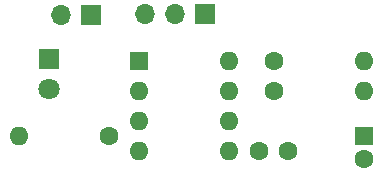
<source format=gbr>
G04 #@! TF.FileFunction,Soldermask,Top*
%FSLAX46Y46*%
G04 Gerber Fmt 4.6, Leading zero omitted, Abs format (unit mm)*
G04 Created by KiCad (PCBNEW 4.0.7) date 01/31/18 00:14:42*
%MOMM*%
%LPD*%
G01*
G04 APERTURE LIST*
%ADD10C,0.100000*%
%ADD11R,1.700000X1.700000*%
%ADD12O,1.700000X1.700000*%
%ADD13C,1.600000*%
%ADD14R,1.600000X1.600000*%
%ADD15R,1.800000X1.800000*%
%ADD16C,1.800000*%
%ADD17O,1.600000X1.600000*%
G04 APERTURE END LIST*
D10*
D11*
X154686000Y-106654600D03*
D12*
X152146000Y-106654600D03*
D13*
X168910000Y-118110000D03*
X171410000Y-118110000D03*
D14*
X177800000Y-116840000D03*
D13*
X177800000Y-118840000D03*
D15*
X151155400Y-110363000D03*
D16*
X151155400Y-112903000D03*
D13*
X156210000Y-116840000D03*
D17*
X148590000Y-116840000D03*
D13*
X170180000Y-110490000D03*
D17*
X177800000Y-110490000D03*
D13*
X170180000Y-113030000D03*
D17*
X177800000Y-113030000D03*
D14*
X158750000Y-110490000D03*
D17*
X166370000Y-118110000D03*
X158750000Y-113030000D03*
X166370000Y-115570000D03*
X158750000Y-115570000D03*
X166370000Y-113030000D03*
X158750000Y-118110000D03*
X166370000Y-110490000D03*
D11*
X164363400Y-106527600D03*
D12*
X161823400Y-106527600D03*
X159283400Y-106527600D03*
M02*

</source>
